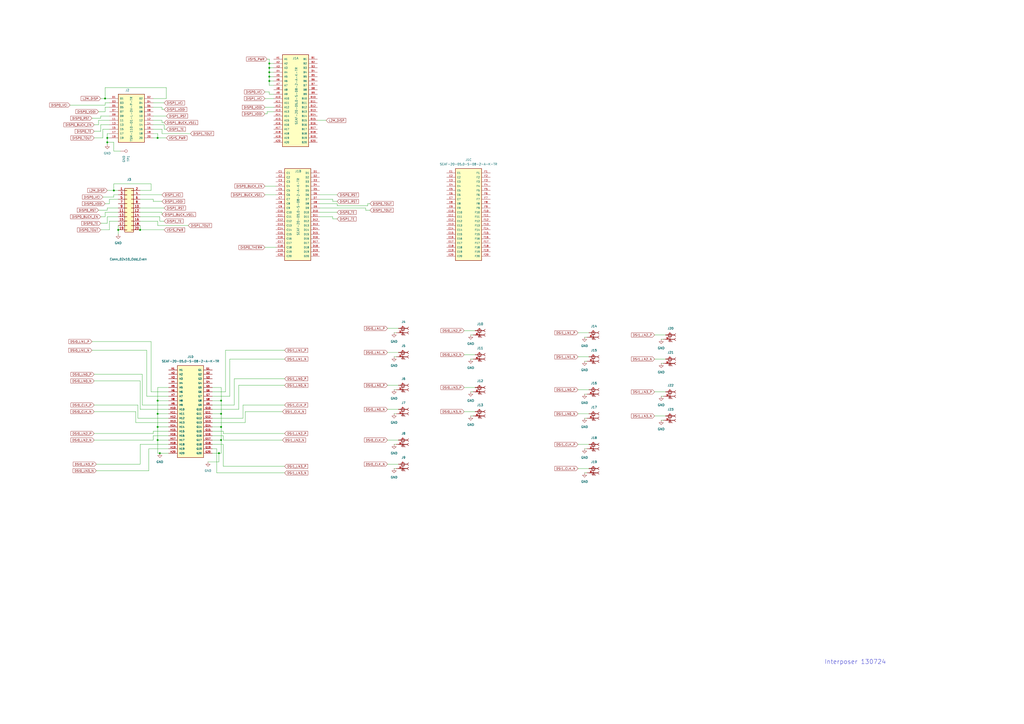
<source format=kicad_sch>
(kicad_sch (version 20231120) (generator "eeschema") (generator_version "8.0")
  (paper "A2")
  (lib_symbols
    (symbol "Connector:TestPoint" (pin_numbers hide) (pin_names (offset 0.762) hide)
      (property "Reference" "TP" (at 0 6.858 0))
      (property "Value" "TestPoint" (at 0 5.08 0))
      (symbol "TestPoint_1_1"
        (pin passive line (at 0 0 90) (length 2.54) (name "1") (number "1"))
      )
    )
    (symbol "Connector_Generic:Conn_02x10_Odd_Even" (pin_names (offset 1.016) hide)
      (property "Reference" "J" (at 1.27 12.7 0))
      (property "Value" "Conn_02x10_Odd_Even" (at 1.27 -15.24 0))
      (symbol "Conn_02x10_Odd_Even_1_1"
        (pin passive line (at -5.08 10.16 0) (length 3.81) (name "Pin_1") (number "1"))
        (pin passive line (at 7.62 0 180) (length 3.81) (name "Pin_10") (number "10"))
        (pin passive line (at -5.08 -2.54 0) (length 3.81) (name "Pin_11") (number "11"))
        (pin passive line (at 7.62 -2.54 180) (length 3.81) (name "Pin_12") (number "12"))
        (pin passive line (at -5.08 -5.08 0) (length 3.81) (name "Pin_13") (number "13"))
        (pin passive line (at 7.62 -5.08 180) (length 3.81) (name "Pin_14") (number "14"))
        (pin passive line (at -5.08 -7.62 0) (length 3.81) (name "Pin_15") (number "15"))
        (pin passive line (at 7.62 -7.62 180) (length 3.81) (name "Pin_16") (number "16"))
        (pin passive line (at -5.08 -10.16 0) (length 3.81) (name "Pin_17") (number "17"))
        (pin passive line (at 7.62 -10.16 180) (length 3.81) (name "Pin_18") (number "18"))
        (pin passive line (at -5.08 -12.7 0) (length 3.81) (name "Pin_19") (number "19"))
        (pin passive line (at 7.62 10.16 180) (length 3.81) (name "Pin_2") (number "2"))
        (pin passive line (at 7.62 -12.7 180) (length 3.81) (name "Pin_20") (number "20"))
        (pin passive line (at -5.08 7.62 0) (length 3.81) (name "Pin_3") (number "3"))
        (pin passive line (at 7.62 7.62 180) (length 3.81) (name "Pin_4") (number "4"))
        (pin passive line (at -5.08 5.08 0) (length 3.81) (name "Pin_5") (number "5"))
        (pin passive line (at 7.62 5.08 180) (length 3.81) (name "Pin_6") (number "6"))
        (pin passive line (at -5.08 2.54 0) (length 3.81) (name "Pin_7") (number "7"))
        (pin passive line (at 7.62 2.54 180) (length 3.81) (name "Pin_8") (number "8"))
        (pin passive line (at -5.08 0 0) (length 3.81) (name "Pin_9") (number "9"))
      )
    )
    (symbol "Molex_73251-1350:73251-1350" (pin_names (offset 1.016))
      (property "Reference" "J4" (at -0.381 8.89 0))
      (property "Value" "73251-1350" (at -0.381 6.35 0))
      (symbol "73251-1350_0_0"
        (pin passive line (at 2.54 2.54 180) (length 5.08) (name "~") (number "1"))
      )
      (symbol "73251-1350_1_0"
        (pin passive line (at 3.81 0 180) (length 5.08) (name "~") (number "S1"))
      )
    )
    (symbol "SEAF-20-05.0-S-08-2-A-K-TR:SEAF-20-05.0-S-08-2-A-K-TR" (pin_names (offset 1.016))
      (property "Reference" "J" (at -8.12 26.516 0))
      (property "Value" "SEAF-20-05.0-S-08-2-A-K-TR" (at -7.62 -30.48 0))
      (symbol "SEAF-20-05.0-S-08-2-A-K-TR_1_0"
        (pin passive line (at -12.7 22.86 0) (length 5.08) (name "A1") (number "A1"))
        (pin passive line (at -12.7 0 0) (length 5.08) (name "A10") (number "A10"))
        (pin passive line (at -12.7 -2.54 0) (length 5.08) (name "A11") (number "A11"))
        (pin passive line (at -12.7 -5.08 0) (length 5.08) (name "A12") (number "A12"))
        (pin passive line (at -12.7 -7.62 0) (length 5.08) (name "A13") (number "A13"))
        (pin passive line (at -12.7 -10.16 0) (length 5.08) (name "A14") (number "A14"))
        (pin passive line (at -12.7 -12.7 0) (length 5.08) (name "A15") (number "A15"))
        (pin passive line (at -12.7 -15.24 0) (length 5.08) (name "A16") (number "A16"))
        (pin passive line (at -12.7 -17.78 0) (length 5.08) (name "A17") (number "A17"))
        (pin passive line (at -12.7 -20.32 0) (length 5.08) (name "A18") (number "A18"))
        (pin passive line (at -12.7 -22.86 0) (length 5.08) (name "A19") (number "A19"))
        (pin passive line (at -12.7 20.32 0) (length 5.08) (name "A2") (number "A2"))
        (pin passive line (at -12.7 -25.4 0) (length 5.08) (name "A20") (number "A20"))
        (pin passive line (at -12.7 17.78 0) (length 5.08) (name "A3") (number "A3"))
        (pin passive line (at -12.7 15.24 0) (length 5.08) (name "A4") (number "A4"))
        (pin passive line (at -12.7 12.7 0) (length 5.08) (name "A5") (number "A5"))
        (pin passive line (at -12.7 10.16 0) (length 5.08) (name "A6") (number "A6"))
        (pin passive line (at -12.7 7.62 0) (length 5.08) (name "A7") (number "A7"))
        (pin passive line (at -12.7 5.08 0) (length 5.08) (name "A8") (number "A8"))
        (pin passive line (at -12.7 2.54 0) (length 5.08) (name "A9") (number "A9"))
        (pin passive line (at 12.7 22.86 180) (length 5.08) (name "B1") (number "B1"))
        (pin passive line (at 12.7 0 180) (length 5.08) (name "B10") (number "B10"))
        (pin passive line (at 12.7 -2.54 180) (length 5.08) (name "B11") (number "B11"))
        (pin passive line (at 12.7 -5.08 180) (length 5.08) (name "B12") (number "B12"))
        (pin passive line (at 12.7 -7.62 180) (length 5.08) (name "B13") (number "B13"))
        (pin passive line (at 12.7 -10.16 180) (length 5.08) (name "B14") (number "B14"))
        (pin passive line (at 12.7 -12.7 180) (length 5.08) (name "B15") (number "B15"))
        (pin passive line (at 12.7 -15.24 180) (length 5.08) (name "B16") (number "B16"))
        (pin passive line (at 12.7 -17.78 180) (length 5.08) (name "B17") (number "B17"))
        (pin passive line (at 12.7 -20.32 180) (length 5.08) (name "B18") (number "B18"))
        (pin passive line (at 12.7 -22.86 180) (length 5.08) (name "B19") (number "B19"))
        (pin passive line (at 12.7 20.32 180) (length 5.08) (name "B2") (number "B2"))
        (pin passive line (at 12.7 -25.4 180) (length 5.08) (name "B20") (number "B20"))
        (pin passive line (at 12.7 17.78 180) (length 5.08) (name "B3") (number "B3"))
        (pin passive line (at 12.7 15.24 180) (length 5.08) (name "B4") (number "B4"))
        (pin passive line (at 12.7 12.7 180) (length 5.08) (name "B5") (number "B5"))
        (pin passive line (at 12.7 10.16 180) (length 5.08) (name "B6") (number "B6"))
        (pin passive line (at 12.7 7.62 180) (length 5.08) (name "B7") (number "B7"))
        (pin passive line (at 12.7 5.08 180) (length 5.08) (name "B8") (number "B8"))
        (pin passive line (at 12.7 2.54 180) (length 5.08) (name "B9") (number "B9"))
      )
      (symbol "SEAF-20-05.0-S-08-2-A-K-TR_2_0"
        (pin passive line (at -12.7 22.86 0) (length 5.08) (name "C1") (number "C1"))
        (pin passive line (at -12.7 0 0) (length 5.08) (name "C10") (number "C10"))
        (pin passive line (at -12.7 -2.54 0) (length 5.08) (name "C11") (number "C11"))
        (pin passive line (at -12.7 -5.08 0) (length 5.08) (name "C12") (number "C12"))
        (pin passive line (at -12.7 -7.62 0) (length 5.08) (name "C13") (number "C13"))
        (pin passive line (at -12.7 -10.16 0) (length 5.08) (name "C14") (number "C14"))
        (pin passive line (at -12.7 -12.7 0) (length 5.08) (name "C15") (number "C15"))
        (pin passive line (at -12.7 -15.24 0) (length 5.08) (name "C16") (number "C16"))
        (pin passive line (at -12.7 -17.78 0) (length 5.08) (name "C17") (number "C17"))
        (pin passive line (at -12.7 -20.32 0) (length 5.08) (name "C18") (number "C18"))
        (pin passive line (at -12.7 -22.86 0) (length 5.08) (name "C19") (number "C19"))
        (pin passive line (at -12.7 20.32 0) (length 5.08) (name "C2") (number "C2"))
        (pin passive line (at -12.7 -25.4 0) (length 5.08) (name "C20") (number "C20"))
        (pin passive line (at -12.7 17.78 0) (length 5.08) (name "C3") (number "C3"))
        (pin passive line (at -12.7 15.24 0) (length 5.08) (name "C4") (number "C4"))
        (pin passive line (at -12.7 12.7 0) (length 5.08) (name "C5") (number "C5"))
        (pin passive line (at -12.7 10.16 0) (length 5.08) (name "C6") (number "C6"))
        (pin passive line (at -12.7 7.62 0) (length 5.08) (name "C7") (number "C7"))
        (pin passive line (at -12.7 5.08 0) (length 5.08) (name "C8") (number "C8"))
        (pin passive line (at -12.7 2.54 0) (length 5.08) (name "C9") (number "C9"))
        (pin passive line (at 12.7 22.86 180) (length 5.08) (name "D1") (number "D1"))
        (pin passive line (at 12.7 0 180) (length 5.08) (name "D10") (number "D10"))
        (pin passive line (at 12.7 -2.54 180) (length 5.08) (name "D11") (number "D11"))
        (pin passive line (at 12.7 -5.08 180) (length 5.08) (name "D12") (number "D12"))
        (pin passive line (at 12.7 -7.62 180) (length 5.08) (name "D13") (number "D13"))
        (pin passive line (at 12.7 -10.16 180) (length 5.08) (name "D14") (number "D14"))
        (pin passive line (at 12.7 -12.7 180) (length 5.08) (name "D15") (number "D15"))
        (pin passive line (at 12.7 -15.24 180) (length 5.08) (name "D16") (number "D16"))
        (pin passive line (at 12.7 -17.78 180) (length 5.08) (name "D17") (number "D17"))
        (pin passive line (at 12.7 -20.32 180) (length 5.08) (name "D18") (number "D18"))
        (pin passive line (at 12.7 -22.86 180) (length 5.08) (name "D19") (number "D19"))
        (pin passive line (at 12.7 20.32 180) (length 5.08) (name "D2") (number "D2"))
        (pin passive line (at 12.7 -25.4 180) (length 5.08) (name "D20") (number "D20"))
        (pin passive line (at 12.7 17.78 180) (length 5.08) (name "D3") (number "D3"))
        (pin passive line (at 12.7 15.24 180) (length 5.08) (name "D4") (number "D4"))
        (pin passive line (at 12.7 12.7 180) (length 5.08) (name "D5") (number "D5"))
        (pin passive line (at 12.7 10.16 180) (length 5.08) (name "D6") (number "D6"))
        (pin passive line (at 12.7 7.62 180) (length 5.08) (name "D7") (number "D7"))
        (pin passive line (at 12.7 5.08 180) (length 5.08) (name "D8") (number "D8"))
        (pin passive line (at 12.7 2.54 180) (length 5.08) (name "D9") (number "D9"))
      )
      (symbol "SEAF-20-05.0-S-08-2-A-K-TR_3_0"
        (pin passive line (at -12.7 22.86 0) (length 5.08) (name "E1") (number "E1"))
        (pin passive line (at -12.7 0 0) (length 5.08) (name "E10") (number "E10"))
        (pin passive line (at -12.7 -2.54 0) (length 5.08) (name "E11") (number "E11"))
        (pin passive line (at -12.7 -5.08 0) (length 5.08) (name "E12") (number "E12"))
        (pin passive line (at -12.7 -7.62 0) (length 5.08) (name "E13") (number "E13"))
        (pin passive line (at -12.7 -10.16 0) (length 5.08) (name "E14") (number "E14"))
        (pin passive line (at -12.7 -12.7 0) (length 5.08) (name "E15") (number "E15"))
        (pin passive line (at -12.7 -15.24 0) (length 5.08) (name "E16") (number "E16"))
        (pin passive line (at -12.7 -17.78 0) (length 5.08) (name "E17") (number "E17"))
        (pin passive line (at -12.7 -20.32 0) (length 5.08) (name "E18") (number "E18"))
        (pin passive line (at -12.7 -22.86 0) (length 5.08) (name "E19") (number "E19"))
        (pin passive line (at -12.7 20.32 0) (length 5.08) (name "E2") (number "E2"))
        (pin passive line (at -12.7 -25.4 0) (length 5.08) (name "E20") (number "E20"))
        (pin passive line (at -12.7 17.78 0) (length 5.08) (name "E3") (number "E3"))
        (pin passive line (at -12.7 15.24 0) (length 5.08) (name "E4") (number "E4"))
        (pin passive line (at -12.7 12.7 0) (length 5.08) (name "E5") (number "E5"))
        (pin passive line (at -12.7 10.16 0) (length 5.08) (name "E6") (number "E6"))
        (pin passive line (at -12.7 7.62 0) (length 5.08) (name "E7") (number "E7"))
        (pin passive line (at -12.7 5.08 0) (length 5.08) (name "E8") (number "E8"))
        (pin passive line (at -12.7 2.54 0) (length 5.08) (name "E9") (number "E9"))
        (pin passive line (at 12.7 22.86 180) (length 5.08) (name "F1") (number "F1"))
        (pin passive line (at 12.7 0 180) (length 5.08) (name "F10") (number "F10"))
        (pin passive line (at 12.7 -2.54 180) (length 5.08) (name "F11") (number "F11"))
        (pin passive line (at 12.7 -5.08 180) (length 5.08) (name "F12") (number "F12"))
        (pin passive line (at 12.7 -7.62 180) (length 5.08) (name "F13") (number "F13"))
        (pin passive line (at 12.7 -10.16 180) (length 5.08) (name "F14") (number "F14"))
        (pin passive line (at 12.7 -12.7 180) (length 5.08) (name "F15") (number "F15"))
        (pin passive line (at 12.7 -15.24 180) (length 5.08) (name "F16") (number "F16"))
        (pin passive line (at 12.7 -17.78 180) (length 5.08) (name "F17") (number "F17"))
        (pin passive line (at 12.7 -20.32 180) (length 5.08) (name "F18") (number "F18"))
        (pin passive line (at 12.7 -22.86 180) (length 5.08) (name "F19") (number "F19"))
        (pin passive line (at 12.7 20.32 180) (length 5.08) (name "F2") (number "F2"))
        (pin passive line (at 12.7 -25.4 180) (length 5.08) (name "F20") (number "F20"))
        (pin passive line (at 12.7 17.78 180) (length 5.08) (name "F3") (number "F3"))
        (pin passive line (at 12.7 15.24 180) (length 5.08) (name "F4") (number "F4"))
        (pin passive line (at 12.7 12.7 180) (length 5.08) (name "F5") (number "F5"))
        (pin passive line (at 12.7 10.16 180) (length 5.08) (name "F6") (number "F6"))
        (pin passive line (at 12.7 7.62 180) (length 5.08) (name "F7") (number "F7"))
        (pin passive line (at 12.7 5.08 180) (length 5.08) (name "F8") (number "F8"))
        (pin passive line (at 12.7 2.54 180) (length 5.08) (name "F9") (number "F9"))
      )
      (symbol "SEAF-20-05.0-S-08-2-A-K-TR_4_0"
        (pin passive line (at -12.7 22.86 0) (length 5.08) (name "G1") (number "G1"))
        (pin passive line (at -12.7 0 0) (length 5.08) (name "G10") (number "G10"))
        (pin passive line (at -12.7 -2.54 0) (length 5.08) (name "G11") (number "G11"))
        (pin passive line (at -12.7 -5.08 0) (length 5.08) (name "G12") (number "G12"))
        (pin passive line (at -12.7 -7.62 0) (length 5.08) (name "G13") (number "G13"))
        (pin passive line (at -12.7 -10.16 0) (length 5.08) (name "G14") (number "G14"))
        (pin passive line (at -12.7 -12.7 0) (length 5.08) (name "G15") (number "G15"))
        (pin passive line (at -12.7 -15.24 0) (length 5.08) (name "G16") (number "G16"))
        (pin passive line (at -12.7 -17.78 0) (length 5.08) (name "G17") (number "G17"))
        (pin passive line (at -12.7 -20.32 0) (length 5.08) (name "G18") (number "G18"))
        (pin passive line (at -12.7 -22.86 0) (length 5.08) (name "G19") (number "G19"))
        (pin passive line (at -12.7 20.32 0) (length 5.08) (name "G2") (number "G2"))
        (pin passive line (at -12.7 -25.4 0) (length 5.08) (name "G20") (number "G20"))
        (pin passive line (at -12.7 17.78 0) (length 5.08) (name "G3") (number "G3"))
        (pin passive line (at -12.7 15.24 0) (length 5.08) (name "G4") (number "G4"))
        (pin passive line (at -12.7 12.7 0) (length 5.08) (name "G5") (number "G5"))
        (pin passive line (at -12.7 10.16 0) (length 5.08) (name "G6") (number "G6"))
        (pin passive line (at -12.7 7.62 0) (length 5.08) (name "G7") (number "G7"))
        (pin passive line (at -12.7 5.08 0) (length 5.08) (name "G8") (number "G8"))
        (pin passive line (at -12.7 2.54 0) (length 5.08) (name "G9") (number "G9"))
        (pin passive line (at 12.7 22.86 180) (length 5.08) (name "H1") (number "H1"))
        (pin passive line (at 12.7 0 180) (length 5.08) (name "H10") (number "H10"))
        (pin passive line (at 12.7 -2.54 180) (length 5.08) (name "H11") (number "H11"))
        (pin passive line (at 12.7 -5.08 180) (length 5.08) (name "H12") (number "H12"))
        (pin passive line (at 12.7 -7.62 180) (length 5.08) (name "H13") (number "H13"))
        (pin passive line (at 12.7 -10.16 180) (length 5.08) (name "H14") (number "H14"))
        (pin passive line (at 12.7 -12.7 180) (length 5.08) (name "H15") (number "H15"))
        (pin passive line (at 12.7 -15.24 180) (length 5.08) (name "H16") (number "H16"))
        (pin passive line (at 12.7 -17.78 180) (length 5.08) (name "H17") (number "H17"))
        (pin passive line (at 12.7 -20.32 180) (length 5.08) (name "H18") (number "H18"))
        (pin passive line (at 12.7 -22.86 180) (length 5.08) (name "H19") (number "H19"))
        (pin passive line (at 12.7 20.32 180) (length 5.08) (name "H2") (number "H2"))
        (pin passive line (at 12.7 -25.4 180) (length 5.08) (name "H20") (number "H20"))
        (pin passive line (at 12.7 17.78 180) (length 5.08) (name "H3") (number "H3"))
        (pin passive line (at 12.7 15.24 180) (length 5.08) (name "H4") (number "H4"))
        (pin passive line (at 12.7 12.7 180) (length 5.08) (name "H5") (number "H5"))
        (pin passive line (at 12.7 10.16 180) (length 5.08) (name "H6") (number "H6"))
        (pin passive line (at 12.7 7.62 180) (length 5.08) (name "H7") (number "H7"))
        (pin passive line (at 12.7 5.08 180) (length 5.08) (name "H8") (number "H8"))
        (pin passive line (at 12.7 2.54 180) (length 5.08) (name "H9") (number "H9"))
      )
    )
    (symbol "TSM-110-01-L-DV-P-TR:TSM-110-01-L-DV-P-TR" (pin_names (offset 1.016))
      (property "Reference" "J" (at -8.12 15.24 0))
      (property "Value" "TSM-110-01-L-DV-P-TR" (at -7.62 -15.24 0))
      (symbol "TSM-110-01-L-DV-P-TR_0_0"
        (pin passive line (at -12.7 12.7 0) (length 5.08) (name "01") (number "01"))
        (pin passive line (at 12.7 12.7 180) (length 5.08) (name "02") (number "02"))
        (pin passive line (at -12.7 10.16 0) (length 5.08) (name "03") (number "03"))
        (pin passive line (at 12.7 10.16 180) (length 5.08) (name "04") (number "04"))
        (pin passive line (at -12.7 7.62 0) (length 5.08) (name "05") (number "05"))
        (pin passive line (at 12.7 7.62 180) (length 5.08) (name "06") (number "06"))
        (pin passive line (at -12.7 5.08 0) (length 5.08) (name "07") (number "07"))
        (pin passive line (at 12.7 5.08 180) (length 5.08) (name "08") (number "08"))
        (pin passive line (at -12.7 2.54 0) (length 5.08) (name "09") (number "09"))
        (pin passive line (at 12.7 2.54 180) (length 5.08) (name "10") (number "10"))
        (pin passive line (at -12.7 0 0) (length 5.08) (name "11") (number "11"))
        (pin passive line (at 12.7 0 180) (length 5.08) (name "12") (number "12"))
        (pin passive line (at -12.7 -2.54 0) (length 5.08) (name "13") (number "13"))
        (pin passive line (at 12.7 -2.54 180) (length 5.08) (name "14") (number "14"))
        (pin passive line (at -12.7 -5.08 0) (length 5.08) (name "15") (number "15"))
        (pin passive line (at 12.7 -5.08 180) (length 5.08) (name "16") (number "16"))
        (pin passive line (at -12.7 -7.62 0) (length 5.08) (name "17") (number "17"))
        (pin passive line (at 12.7 -7.62 180) (length 5.08) (name "18") (number "18"))
        (pin passive line (at -12.7 -10.16 0) (length 5.08) (name "19") (number "19"))
        (pin passive line (at 12.7 -10.16 180) (length 5.08) (name "20") (number "20"))
      )
    )
    (symbol "power:GND" (power) (pin_numbers hide) (pin_names (offset 0) hide)
      (property "Value" "GND" (at 0 -3.81 0))
      (symbol "GND_1_1"
        (pin power_in line (at 0 0 270) (length 0) (name "~") (number "1"))
      )
    )
  )
  (junction (at 62.23 80.01))
  (junction (at 91.44 80.01))
  (junction (at 91.44 240.03))
  (junction (at 66.04 110.49))
  (junction (at 156.21 44.45))
  (junction (at 156.21 36.83))
  (junction (at 92.71 262.89))
  (junction (at 91.44 232.41))
  (junction (at 127 262.89))
  (junction (at 156.21 41.91))
  (junction (at 128.27 255.27))
  (junction (at 68.58 133.35))
  (junction (at 128.27 240.03))
  (junction (at 91.44 255.27))
  (junction (at 128.27 232.41))
  (junction (at 156.21 46.99))
  (junction (at 128.27 247.65))
  (junction (at 91.44 247.65))
  (junction (at 62.23 82.55))
  (junction (at 156.21 39.37))
  (junction (at 60.96 57.15))
  (junction (at 81.28 133.35))
  (wire (pts (xy 66.04 106.68) (xy 66.04 110.49)))
  (wire (pts (xy 129.54 250.19) (xy 123.19 250.19)))
  (wire (pts (xy 60.96 125.73) (xy 60.96 123.19)))
  (wire (pts (xy 86.36 260.35) (xy 86.36 273.05)))
  (wire (pts (xy 156.21 44.45) (xy 156.21 41.91)))
  (wire (pts (xy 165.1 234.95) (xy 140.97 234.95)))
  (wire (pts (xy 224.79 255.27) (xy 231.14 255.27)))
  (wire (pts (xy 184.15 69.85) (xy 189.23 69.85)))
  (wire (pts (xy 53.34 198.12) (xy 87.63 198.12)))
  (wire (pts (xy 340.36 260.35) (xy 339.09 260.35)))
  (wire (pts (xy 54.61 72.39) (xy 57.15 72.39)))
  (wire (pts (xy 379.73 194.31) (xy 386.08 194.31)))
  (wire (pts (xy 62.23 82.55) (xy 62.23 80.01)))
  (wire (pts (xy 82.55 217.17) (xy 82.55 234.95)))
  (wire (pts (xy 81.28 133.35) (xy 95.25 133.35)))
  (wire (pts (xy 135.89 219.71) (xy 165.1 219.71)))
  (wire (pts (xy 128.27 224.79) (xy 128.27 232.41)))
  (wire (pts (xy 92.71 262.89) (xy 91.44 262.89)))
  (wire (pts (xy 87.63 198.12) (xy 87.63 227.33)))
  (wire (pts (xy 224.79 237.49) (xy 231.14 237.49)))
  (wire (pts (xy 274.32 194.31) (xy 273.05 194.31)))
  (wire (pts (xy 80.01 242.57) (xy 97.79 242.57)))
  (wire (pts (xy 54.61 76.2) (xy 58.42 76.2)))
  (wire (pts (xy 153.67 107.95) (xy 160.02 107.95)))
  (wire (pts (xy 123.19 255.27) (xy 128.27 255.27)))
  (wire (pts (xy 193.04 127) (xy 195.58 127)))
  (wire (pts (xy 224.79 204.47) (xy 231.14 204.47)))
  (wire (pts (xy 63.5 118.11) (xy 63.5 115.57)))
  (wire (pts (xy 340.36 274.32) (xy 339.09 274.32)))
  (wire (pts (xy 88.9 252.73) (xy 97.79 252.73)))
  (wire (pts (xy 133.35 208.28) (xy 133.35 229.87)))
  (wire (pts (xy 60.96 59.69) (xy 63.5 59.69)))
  (wire (pts (xy 138.43 237.49) (xy 123.19 237.49)))
  (wire (pts (xy 96.52 57.15) (xy 96.52 50.8)))
  (wire (pts (xy 88.9 72.39) (xy 95.25 72.39)))
  (wire (pts (xy 91.44 80.01) (xy 96.52 80.01)))
  (wire (pts (xy 193.04 115.57) (xy 193.04 116.84)))
  (wire (pts (xy 224.79 190.5) (xy 231.14 190.5)))
  (wire (pts (xy 125.73 274.32) (xy 125.73 260.35)))
  (wire (pts (xy 54.61 220.98) (xy 81.28 220.98)))
  (wire (pts (xy 81.28 113.03) (xy 93.98 113.03)))
  (wire (pts (xy 125.73 274.32) (xy 165.1 274.32)))
  (wire (pts (xy 213.36 118.11) (xy 214.63 118.11)))
  (wire (pts (xy 91.44 232.41) (xy 97.79 232.41)))
  (wire (pts (xy 384.81 196.85) (xy 383.54 196.85)))
  (wire (pts (xy 81.28 125.73) (xy 92.71 125.73)))
  (wire (pts (xy 212.09 121.92) (xy 214.63 121.92)))
  (wire (pts (xy 129.54 257.81) (xy 123.19 257.81)))
  (wire (pts (xy 97.79 255.27) (xy 91.44 255.27)))
  (wire (pts (xy 193.04 116.84) (xy 195.58 116.84)))
  (wire (pts (xy 379.73 227.33) (xy 386.08 227.33)))
  (wire (pts (xy 63.5 128.27) (xy 63.5 133.35)))
  (wire (pts (xy 59.69 114.3) (xy 66.04 114.3)))
  (wire (pts (xy 54.61 217.17) (xy 82.55 217.17)))
  (wire (pts (xy 97.79 240.03) (xy 91.44 240.03)))
  (wire (pts (xy 68.58 130.81) (xy 68.58 133.35)))
  (wire (pts (xy 156.21 46.99) (xy 156.21 44.45)))
  (wire (pts (xy 156.21 49.53) (xy 156.21 46.99)))
  (wire (pts (xy 163.83 255.27) (xy 129.54 255.27)))
  (wire (pts (xy 127 262.89) (xy 128.27 262.89)))
  (wire (pts (xy 154.94 66.04) (xy 154.94 64.77)))
  (wire (pts (xy 81.28 128.27) (xy 91.44 128.27)))
  (wire (pts (xy 60.96 64.77) (xy 60.96 62.23)))
  (wire (pts (xy 86.36 260.35) (xy 97.79 260.35)))
  (wire (pts (xy 62.23 83.82) (xy 62.23 82.55)))
  (wire (pts (xy 154.94 64.77) (xy 158.75 64.77)))
  (wire (pts (xy 138.43 223.52) (xy 165.1 223.52)))
  (wire (pts (xy 85.09 203.2) (xy 85.09 229.87)))
  (wire (pts (xy 128.27 255.27) (xy 128.27 247.65)))
  (wire (pts (xy 60.96 118.11) (xy 63.5 118.11)))
  (wire (pts (xy 335.28 240.03) (xy 341.63 240.03)))
  (wire (pts (xy 274.32 208.28) (xy 273.05 208.28)))
  (wire (pts (xy 81.28 220.98) (xy 81.28 237.49)))
  (wire (pts (xy 62.23 120.65) (xy 68.58 120.65)))
  (wire (pts (xy 269.24 224.79) (xy 275.59 224.79)))
  (wire (pts (xy 123.19 247.65) (xy 128.27 247.65)))
  (wire (pts (xy 88.9 59.69) (xy 95.25 59.69)))
  (wire (pts (xy 55.88 273.05) (xy 86.36 273.05)))
  (wire (pts (xy 185.42 113.03) (xy 195.58 113.03)))
  (wire (pts (xy 54.61 234.95) (xy 80.01 234.95)))
  (wire (pts (xy 88.9 255.27) (xy 88.9 252.73)))
  (wire (pts (xy 88.9 116.84) (xy 88.9 115.57)))
  (wire (pts (xy 53.34 68.58) (xy 58.42 68.58)))
  (wire (pts (xy 91.44 77.47) (xy 91.44 80.01)))
  (wire (pts (xy 128.27 240.03) (xy 128.27 232.41)))
  (wire (pts (xy 335.28 257.81) (xy 341.63 257.81)))
  (wire (pts (xy 123.19 224.79) (xy 128.27 224.79)))
  (wire (pts (xy 93.98 124.46) (xy 93.98 123.19)))
  (wire (pts (xy 224.79 269.24) (xy 231.14 269.24)))
  (wire (pts (xy 81.28 130.81) (xy 81.28 133.35)))
  (wire (pts (xy 93.98 63.5) (xy 95.25 63.5)))
  (wire (pts (xy 185.42 120.65) (xy 212.09 120.65)))
  (wire (pts (xy 91.44 128.27) (xy 91.44 130.81)))
  (wire (pts (xy 93.98 123.19) (xy 81.28 123.19)))
  (wire (pts (xy 128.27 247.65) (xy 128.27 240.03)))
  (wire (pts (xy 129.54 252.73) (xy 123.19 252.73)))
  (wire (pts (xy 185.42 125.73) (xy 193.04 125.73)))
  (wire (pts (xy 88.9 57.15) (xy 96.52 57.15)))
  (wire (pts (xy 93.98 71.12) (xy 93.98 69.85)))
  (wire (pts (xy 93.98 74.93) (xy 93.98 77.47)))
  (wire (pts (xy 140.97 242.57) (xy 123.19 242.57)))
  (wire (pts (xy 340.36 195.58) (xy 339.09 195.58)))
  (wire (pts (xy 340.36 228.6) (xy 339.09 228.6)))
  (wire (pts (xy 153.67 66.04) (xy 154.94 66.04)))
  (wire (pts (xy 229.87 257.81) (xy 228.6 257.81)))
  (wire (pts (xy 156.21 53.34) (xy 156.21 54.61)))
  (wire (pts (xy 125.73 260.35) (xy 123.19 260.35)))
  (wire (pts (xy 62.23 121.92) (xy 62.23 120.65)))
  (wire (pts (xy 81.28 237.49) (xy 97.79 237.49)))
  (wire (pts (xy 156.21 44.45) (xy 158.75 44.45)))
  (wire (pts (xy 54.61 255.27) (xy 88.9 255.27)))
  (wire (pts (xy 58.42 129.54) (xy 62.23 129.54)))
  (wire (pts (xy 66.04 87.63) (xy 66.04 82.55)))
  (wire (pts (xy 60.96 123.19) (xy 68.58 123.19)))
  (wire (pts (xy 69.85 87.63) (xy 66.04 87.63)))
  (wire (pts (xy 130.81 203.2) (xy 130.81 227.33)))
  (wire (pts (xy 95.25 72.39) (xy 95.25 74.93)))
  (wire (pts (xy 66.04 113.03) (xy 68.58 113.03)))
  (wire (pts (xy 229.87 240.03) (xy 228.6 240.03)))
  (wire (pts (xy 156.21 39.37) (xy 158.75 39.37)))
  (wire (pts (xy 82.55 234.95) (xy 97.79 234.95)))
  (wire (pts (xy 58.42 125.73) (xy 60.96 125.73)))
  (wire (pts (xy 185.42 118.11) (xy 195.58 118.11)))
  (wire (pts (xy 128.27 232.41) (xy 123.19 232.41)))
  (wire (pts (xy 80.01 234.95) (xy 80.01 242.57)))
  (wire (pts (xy 62.23 110.49) (xy 66.04 110.49)))
  (wire (pts (xy 335.28 271.78) (xy 341.63 271.78)))
  (wire (pts (xy 97.79 224.79) (xy 91.44 224.79)))
  (wire (pts (xy 269.24 205.74) (xy 275.59 205.74)))
  (wire (pts (xy 142.24 238.76) (xy 142.24 245.11)))
  (wire (pts (xy 129.54 257.81) (xy 129.54 270.51)))
  (wire (pts (xy 62.23 125.73) (xy 68.58 125.73)))
  (wire (pts (xy 128.27 262.89) (xy 128.27 255.27)))
  (wire (pts (xy 78.74 238.76) (xy 78.74 245.11)))
  (wire (pts (xy 58.42 57.15) (xy 60.96 57.15)))
  (wire (pts (xy 153.67 57.15) (xy 158.75 57.15)))
  (wire (pts (xy 92.71 128.27) (xy 95.25 128.27)))
  (wire (pts (xy 158.75 49.53) (xy 156.21 49.53)))
  (wire (pts (xy 54.61 238.76) (xy 78.74 238.76)))
  (wire (pts (xy 185.42 115.57) (xy 193.04 115.57)))
  (wire (pts (xy 95.25 74.93) (xy 96.52 74.93)))
  (wire (pts (xy 88.9 74.93) (xy 93.98 74.93)))
  (wire (pts (xy 93.98 69.85) (xy 88.9 69.85)))
  (wire (pts (xy 138.43 223.52) (xy 138.43 237.49)))
  (wire (pts (xy 81.28 110.49) (xy 87.63 110.49)))
  (wire (pts (xy 135.89 234.95) (xy 123.19 234.95)))
  (wire (pts (xy 163.83 238.76) (xy 142.24 238.76)))
  (wire (pts (xy 81.28 257.81) (xy 97.79 257.81)))
  (wire (pts (xy 269.24 238.76) (xy 275.59 238.76)))
  (wire (pts (xy 93.98 116.84) (xy 88.9 116.84)))
  (wire (pts (xy 379.73 208.28) (xy 386.08 208.28)))
  (wire (pts (xy 88.9 115.57) (xy 81.28 115.57)))
  (wire (pts (xy 91.44 255.27) (xy 91.44 247.65)))
  (wire (pts (xy 120.65 267.97) (xy 127 267.97)))
  (wire (pts (xy 153.67 62.23) (xy 158.75 62.23)))
  (wire (pts (xy 66.04 114.3) (xy 66.04 113.03)))
  (wire (pts (xy 229.87 226.06) (xy 228.6 226.06)))
  (wire (pts (xy 40.64 60.96) (xy 60.96 60.96)))
  (wire (pts (xy 340.36 242.57) (xy 339.09 242.57)))
  (wire (pts (xy 384.81 243.84) (xy 383.54 243.84)))
  (wire (pts (xy 274.32 227.33) (xy 273.05 227.33)))
  (wire (pts (xy 58.42 67.31) (xy 63.5 67.31)))
  (wire (pts (xy 133.35 208.28) (xy 165.1 208.28)))
  (wire (pts (xy 127 267.97) (xy 127 262.89)))
  (wire (pts (xy 224.79 223.52) (xy 231.14 223.52)))
  (wire (pts (xy 93.98 77.47) (xy 110.49 77.47)))
  (wire (pts (xy 95.25 71.12) (xy 93.98 71.12)))
  (wire (pts (xy 87.63 106.68) (xy 66.04 106.68)))
  (wire (pts (xy 93.98 62.23) (xy 93.98 63.5)))
  (wire (pts (xy 156.21 54.61) (xy 158.75 54.61)))
  (wire (pts (xy 153.67 113.03) (xy 160.02 113.03)))
  (wire (pts (xy 384.81 229.87) (xy 383.54 229.87)))
  (wire (pts (xy 88.9 250.19) (xy 97.79 250.19)))
  (wire (pts (xy 88.9 250.19) (xy 88.9 251.46)))
  (wire (pts (xy 81.28 120.65) (xy 95.25 120.65)))
  (wire (pts (xy 63.5 72.39) (xy 58.42 72.39)))
  (wire (pts (xy 54.61 251.46) (xy 88.9 251.46)))
  (wire (pts (xy 91.44 262.89) (xy 91.44 255.27)))
  (wire (pts (xy 229.87 207.01) (xy 228.6 207.01)))
  (wire (pts (xy 142.24 245.11) (xy 123.19 245.11)))
  (wire (pts (xy 57.15 64.77) (xy 60.96 64.77)))
  (wire (pts (xy 63.5 133.35) (xy 58.42 133.35)))
  (wire (pts (xy 60.96 60.96) (xy 60.96 59.69)))
  (wire (pts (xy 133.35 229.87) (xy 123.19 229.87)))
  (wire (pts (xy 335.28 207.01) (xy 341.63 207.01)))
  (wire (pts (xy 60.96 50.8) (xy 60.96 57.15)))
  (wire (pts (xy 68.58 128.27) (xy 63.5 128.27)))
  (wire (pts (xy 66.04 82.55) (xy 62.23 82.55)))
  (wire (pts (xy 156.21 34.29) (xy 156.21 36.83)))
  (wire (pts (xy 91.44 247.65) (xy 91.44 240.03)))
  (wire (pts (xy 154.94 34.29) (xy 156.21 34.29)))
  (wire (pts (xy 60.96 57.15) (xy 63.5 57.15)))
  (wire (pts (xy 340.36 209.55) (xy 339.09 209.55)))
  (wire (pts (xy 60.96 50.8) (xy 96.52 50.8)))
  (wire (pts (xy 156.21 36.83) (xy 158.75 36.83)))
  (wire (pts (xy 384.81 210.82) (xy 383.54 210.82)))
  (wire (pts (xy 88.9 62.23) (xy 93.98 62.23)))
  (wire (pts (xy 91.44 130.81) (xy 109.22 130.81)))
  (wire (pts (xy 62.23 80.01) (xy 62.23 77.47)))
  (wire (pts (xy 58.42 72.39) (xy 58.42 76.2)))
  (wire (pts (xy 66.04 110.49) (xy 68.58 110.49)))
  (wire (pts (xy 62.23 77.47) (xy 63.5 77.47)))
  (wire (pts (xy 379.73 241.3) (xy 386.08 241.3)))
  (wire (pts (xy 81.28 269.24) (xy 81.28 257.81)))
  (wire (pts (xy 274.32 241.3) (xy 273.05 241.3)))
  (wire (pts (xy 153.67 53.34) (xy 156.21 53.34)))
  (wire (pts (xy 140.97 234.95) (xy 140.97 242.57)))
  (wire (pts (xy 153.67 143.51) (xy 160.02 143.51)))
  (wire (pts (xy 195.58 118.11) (xy 195.58 119.38)))
  (wire (pts (xy 78.74 245.11) (xy 97.79 245.11)))
  (wire (pts (xy 135.89 219.71) (xy 135.89 234.95)))
  (wire (pts (xy 195.58 119.38) (xy 213.36 119.38)))
  (wire (pts (xy 335.28 193.04) (xy 341.63 193.04)))
  (wire (pts (xy 212.09 120.65) (xy 212.09 121.92)))
  (wire (pts (xy 123.19 262.89) (xy 127 262.89)))
  (wire (pts (xy 229.87 193.04) (xy 228.6 193.04)))
  (wire (pts (xy 63.5 115.57) (xy 68.58 115.57)))
  (wire (pts (xy 91.44 224.79) (xy 91.44 232.41)))
  (wire (pts (xy 130.81 227.33) (xy 123.19 227.33)))
  (wire (pts (xy 57.15 121.92) (xy 62.23 121.92)))
  (wire (pts (xy 62.23 80.01) (xy 63.5 80.01)))
  (wire (pts (xy 213.36 119.38) (xy 213.36 118.11)))
  (wire (pts (xy 158.75 46.99) (xy 156.21 46.99)))
  (wire (pts (xy 92.71 125.73) (xy 92.71 128.27)))
  (wire (pts (xy 55.88 269.24) (xy 81.28 269.24)))
  (wire (pts (xy 123.19 240.03) (xy 128.27 240.03)))
  (wire (pts (xy 129.54 250.19) (xy 129.54 251.46)))
  (wire (pts (xy 165.1 270.51) (xy 129.54 270.51)))
  (wire (pts (xy 88.9 77.47) (xy 91.44 77.47)))
  (wire (pts (xy 57.15 69.85) (xy 63.5 69.85)))
  (wire (pts (xy 59.69 74.93) (xy 59.69 80.01)))
  (wire (pts (xy 156.21 41.91) (xy 156.21 39.37)))
  (wire (pts (xy 87.63 227.33) (xy 97.79 227.33)))
  (wire (pts (xy 97.79 247.65) (xy 91.44 247.65)))
  (wire (pts (xy 269.24 191.77) (xy 275.59 191.77)))
  (wire (pts (xy 57.15 72.39) (xy 57.15 69.85)))
  (wire (pts (xy 53.34 203.2) (xy 85.09 203.2)))
  (wire (pts (xy 85.09 229.87) (xy 97.79 229.87)))
  (wire (pts (xy 60.96 62.23) (xy 63.5 62.23)))
  (wire (pts (xy 88.9 67.31) (xy 96.52 67.31)))
  (wire (pts (xy 68.58 133.35) (xy 68.58 135.89)))
  (wire (pts (xy 58.42 68.58) (xy 58.42 67.31)))
  (wire (pts (xy 87.63 110.49) (xy 87.63 106.68)))
  (wire (pts (xy 130.81 203.2) (xy 165.1 203.2)))
  (wire (pts (xy 88.9 80.01) (xy 91.44 80.01)))
  (wire (pts (xy 91.44 240.03) (xy 91.44 232.41)))
  (wire (pts (xy 185.42 123.19) (xy 195.58 123.19)))
  (wire (pts (xy 193.04 125.73) (xy 193.04 127)))
  (wire (pts (xy 63.5 74.93) (xy 59.69 74.93)))
  (wire (pts (xy 229.87 271.78) (xy 228.6 271.78)))
  (wire (pts (xy 156.21 41.91) (xy 158.75 41.91)))
  (wire (pts (xy 165.1 251.46) (xy 129.54 251.46)))
  (wire (pts (xy 97.79 262.89) (xy 92.71 262.89)))
  (wire (pts (xy 129.54 255.27) (xy 129.54 252.73)))
  (wire (pts (xy 335.28 226.06) (xy 341.63 226.06)))
  (wire (pts (xy 156.21 39.37) (xy 156.21 36.83)))
  (wire (pts (xy 62.23 125.73) (xy 62.23 129.54)))
  (wire (pts (xy 59.69 80.01) (xy 54.61 80.01)))
  (text "Interposer 130724 " (at 497.078 384.048 0) (effects (font (size 2.54 2.54))))
  (global_label "DSI0_LN3_P" (shape input) (at 55.88 269.24 180) (property "Intersheetrefs" "${INTERSHEET_REFS}" (effects (hide yes))))
  (global_label "DISP1_RST" (shape input) (at 96.52 67.31 0) (property "Intersheetrefs" "${INTERSHEET_REFS}" (effects (hide yes))))
  (global_label "DSI0_LN2_P" (shape input) (at 269.24 191.77 180) (property "Intersheetrefs" "${INTERSHEET_REFS}" (effects (hide yes))))
  (global_label "DISP1_BUCK_VSEL" (shape input) (at 93.98 124.46 0) (property "Intersheetrefs" "${INTERSHEET_REFS}" (effects (hide yes))))
  (global_label "DSI1_LN0_N" (shape input) (at 165.1 223.52 0) (property "Intersheetrefs" "${INTERSHEET_REFS}" (effects (hide yes))))
  (global_label "DSI0_LN3_P" (shape input) (at 269.24 224.79 180) (property "Intersheetrefs" "${INTERSHEET_REFS}" (effects (hide yes))))
  (global_label "L2M_DISP" (shape input) (at 62.23 110.49 180) (property "Intersheetrefs" "${INTERSHEET_REFS}" (effects (hide yes))))
  (global_label "DSI0_CLK_P" (shape input) (at 54.61 234.95 180) (property "Intersheetrefs" "${INTERSHEET_REFS}" (effects (hide yes))))
  (global_label "DISP1_TE" (shape input) (at 96.52 74.93 0) (property "Intersheetrefs" "${INTERSHEET_REFS}" (effects (hide yes))))
  (global_label "VSYS_PWR" (shape input) (at 95.25 133.35 0) (property "Intersheetrefs" "${INTERSHEET_REFS}" (effects (hide yes))))
  (global_label "DISP0_VDDI" (shape input) (at 57.15 64.77 180) (property "Intersheetrefs" "${INTERSHEET_REFS}" (effects (hide yes))))
  (global_label "DISP1_TOUT" (shape input) (at 214.63 121.92 0) (property "Intersheetrefs" "${INTERSHEET_REFS}" (effects (hide yes))))
  (global_label "DISP0_TE" (shape input) (at 195.58 123.19 0) (property "Intersheetrefs" "${INTERSHEET_REFS}" (effects (hide yes))))
  (global_label "DSI1_LN3_N" (shape input) (at 379.73 241.3 180) (property "Intersheetrefs" "${INTERSHEET_REFS}" (effects (hide yes))))
  (global_label "DSI0_LN1_N" (shape input) (at 224.79 204.47 180) (property "Intersheetrefs" "${INTERSHEET_REFS}" (effects (hide yes))))
  (global_label "DISP1_BUCK_VSEL" (shape input) (at 95.25 71.12 0) (property "Intersheetrefs" "${INTERSHEET_REFS}" (effects (hide yes))))
  (global_label "DSI1_LN2_N" (shape input) (at 379.73 208.28 180) (property "Intersheetrefs" "${INTERSHEET_REFS}" (effects (hide yes))))
  (global_label "DSI0_LN1_N" (shape input) (at 53.34 203.2 180) (property "Intersheetrefs" "${INTERSHEET_REFS}" (effects (hide yes))))
  (global_label "DSI0_CLK_N" (shape input) (at 224.79 269.24 180) (property "Intersheetrefs" "${INTERSHEET_REFS}" (effects (hide yes))))
  (global_label "DISP1_VCI" (shape input) (at 95.25 59.69 0) (property "Intersheetrefs" "${INTERSHEET_REFS}" (effects (hide yes))))
  (global_label "DISP1_TE" (shape input) (at 195.58 127 0) (property "Intersheetrefs" "${INTERSHEET_REFS}" (effects (hide yes))))
  (global_label "DSI1_LN3_N" (shape input) (at 165.1 274.32 0) (property "Intersheetrefs" "${INTERSHEET_REFS}" (effects (hide yes))))
  (global_label "DISP1_VDDI" (shape input) (at 153.67 66.04 180) (property "Intersheetrefs" "${INTERSHEET_REFS}" (effects (hide yes))))
  (global_label "DSI0_CLK_P" (shape input) (at 224.79 255.27 180) (property "Intersheetrefs" "${INTERSHEET_REFS}" (effects (hide yes))))
  (global_label "DSI0_LN0_P" (shape input) (at 54.61 217.17 180) (property "Intersheetrefs" "${INTERSHEET_REFS}" (effects (hide yes))))
  (global_label "DSI1_CLK_P" (shape input) (at 335.28 257.81 180) (property "Intersheetrefs" "${INTERSHEET_REFS}" (effects (hide yes))))
  (global_label "DISP1_BUCK_VSEL" (shape input) (at 153.67 113.03 180) (property "Intersheetrefs" "${INTERSHEET_REFS}" (effects (hide yes))))
  (global_label "DISP0_TOUT" (shape input) (at 214.63 118.11 0) (property "Intersheetrefs" "${INTERSHEET_REFS}" (effects (hide yes))))
  (global_label "DSI0_LN0_N" (shape input) (at 224.79 237.49 180) (property "Intersheetrefs" "${INTERSHEET_REFS}" (effects (hide yes))))
  (global_label "VSYS_PWR" (shape input) (at 154.94 34.29 180) (property "Intersheetrefs" "${INTERSHEET_REFS}" (effects (hide yes))))
  (global_label "DISP1_VCI" (shape input) (at 93.98 113.03 0) (property "Intersheetrefs" "${INTERSHEET_REFS}" (effects (hide yes))))
  (global_label "DISP1_VDDI" (shape input) (at 93.98 116.84 0) (property "Intersheetrefs" "${INTERSHEET_REFS}" (effects (hide yes))))
  (global_label "DSI0_LN3_N" (shape input) (at 269.24 238.76 180) (property "Intersheetrefs" "${INTERSHEET_REFS}" (effects (hide yes))))
  (global_label "DISP0_BUCK_EN" (shape input) (at 58.42 125.73 180) (property "Intersheetrefs" "${INTERSHEET_REFS}" (effects (hide yes))))
  (global_label "DSI1_LN1_P" (shape input) (at 165.1 203.2 0) (property "Intersheetrefs" "${INTERSHEET_REFS}" (effects (hide yes))))
  (global_label "DSI0_LN0_N" (shape input) (at 54.61 220.98 180) (property "Intersheetrefs" "${INTERSHEET_REFS}" (effects (hide yes))))
  (global_label "DISP1_TE" (shape input) (at 95.25 128.27 0) (property "Intersheetrefs" "${INTERSHEET_REFS}" (effects (hide yes))))
  (global_label "DISP0_RST" (shape input) (at 195.58 113.03 0) (property "Intersheetrefs" "${INTERSHEET_REFS}" (effects (hide yes))))
  (global_label "DSI1_LN1_N" (shape input) (at 165.1 208.28 0) (property "Intersheetrefs" "${INTERSHEET_REFS}" (effects (hide yes))))
  (global_label "L2M_DISP" (shape input) (at 189.23 69.85 0) (property "Intersheetrefs" "${INTERSHEET_REFS}" (effects (hide yes))))
  (global_label "DISP0_RST" (shape input) (at 57.15 121.92 180) (property "Intersheetrefs" "${INTERSHEET_REFS}" (effects (hide yes))))
  (global_label "DISP0_VDDI" (shape input) (at 60.96 118.11 180) (property "Intersheetrefs" "${INTERSHEET_REFS}" (effects (hide yes))))
  (global_label "VSYS_PWR" (shape input) (at 96.52 80.01 0) (property "Intersheetrefs" "${INTERSHEET_REFS}" (effects (hide yes))))
  (global_label "DISP0_RST" (shape input) (at 53.34 68.58 180) (property "Intersheetrefs" "${INTERSHEET_REFS}" (effects (hide yes))))
  (global_label "DSI1_LN2_N" (shape input) (at 163.83 255.27 0) (property "Intersheetrefs" "${INTERSHEET_REFS}" (effects (hide yes))))
  (global_label "DISP0_VCI" (shape input) (at 153.67 53.34 180) (property "Intersheetrefs" "${INTERSHEET_REFS}" (effects (hide yes))))
  (global_label "DSI1_LN3_P" (shape input) (at 379.73 227.33 180) (property "Intersheetrefs" "${INTERSHEET_REFS}" (effects (hide yes))))
  (global_label "DSI1_CLK_P" (shape input) (at 165.1 234.95 0) (property "Intersheetrefs" "${INTERSHEET_REFS}" (effects (hide yes))))
  (global_label "DISP0_VCI" (shape input) (at 40.64 60.96 180) (property "Intersheetrefs" "${INTERSHEET_REFS}" (effects (hide yes))))
  (global_label "DISP1_VCI" (shape input) (at 153.67 57.15 180) (property "Intersheetrefs" "${INTERSHEET_REFS}" (effects (hide yes))))
  (global_label "DSI0_LN2_N" (shape input) (at 269.24 205.74 180) (property "Intersheetrefs" "${INTERSHEET_REFS}" (effects (hide yes))))
  (global_label "DSI0_LN2_P" (shape input) (at 54.61 251.46 180) (property "Intersheetrefs" "${INTERSHEET_REFS}" (effects (hide yes))))
  (global_label "DISP1_RST" (shape input) (at 195.58 116.84 0) (property "Intersheetrefs" "${INTERSHEET_REFS}" (effects (hide yes))))
  (global_label "DSI0_LN2_N" (shape input) (at 54.61 255.27 180) (property "Intersheetrefs" "${INTERSHEET_REFS}" (effects (hide yes))))
  (global_label "DISP0_VDDI" (shape input) (at 153.67 62.23 180) (property "Intersheetrefs" "${INTERSHEET_REFS}" (effects (hide yes))))
  (global_label "DSI0_LN0_P" (shape input) (at 224.79 223.52 180) (property "Intersheetrefs" "${INTERSHEET_REFS}" (effects (hide yes))))
  (global_label "DISP1_TOUT" (shape input) (at 109.22 130.81 0) (property "Intersheetrefs" "${INTERSHEET_REFS}" (effects (hide yes))))
  (global_label "DISP0_BUCK_EN" (shape input) (at 54.61 72.39 180) (property "Intersheetrefs" "${INTERSHEET_REFS}" (effects (hide yes))))
  (global_label "DISP1_TOUT" (shape input) (at 110.49 77.47 0) (property "Intersheetrefs" "${INTERSHEET_REFS}" (effects (hide yes))))
  (global_label "DSI0_LN3_N" (shape input) (at 55.88 273.05 180) (property "Intersheetrefs" "${INTERSHEET_REFS}" (effects (hide yes))))
  (global_label "DISP1_VDDI" (shape input) (at 95.25 63.5 0) (property "Intersheetrefs" "${INTERSHEET_REFS}" (effects (hide yes))))
  (global_label "DSI1_CLK_N" (shape input) (at 335.28 271.78 180) (property "Intersheetrefs" "${INTERSHEET_REFS}" (effects (hide yes))))
  (global_label "L2M_DISP" (shape input) (at 58.42 57.15 180) (property "Intersheetrefs" "${INTERSHEET_REFS}" (effects (hide yes))))
  (global_label "DISP0_TOUT" (shape input) (at 54.61 80.01 180) (property "Intersheetrefs" "${INTERSHEET_REFS}" (effects (hide yes))))
  (global_label "DSI1_LN1_P" (shape input) (at 335.28 193.04 180) (property "Intersheetrefs" "${INTERSHEET_REFS}" (effects (hide yes))))
  (global_label "DSI1_LN0_P" (shape input) (at 165.1 219.71 0) (property "Intersheetrefs" "${INTERSHEET_REFS}" (effects (hide yes))))
  (global_label "DSI0_CLK_N" (shape input) (at 54.61 238.76 180) (property "Intersheetrefs" "${INTERSHEET_REFS}" (effects (hide yes))))
  (global_label "DISP1_RST" (shape input) (at 95.25 120.65 0) (property "Intersheetrefs" "${INTERSHEET_REFS}" (effects (hide yes))))
  (global_label "DISP0_THERM" (shape input) (at 153.67 143.51 180) (property "Intersheetrefs" "${INTERSHEET_REFS}" (effects (hide yes))))
  (global_label "DISP0_TE" (shape input) (at 54.61 76.2 180) (property "Intersheetrefs" "${INTERSHEET_REFS}" (effects (hide yes))))
  (global_label "DSI1_LN0_P" (shape input) (at 335.28 226.06 180) (property "Intersheetrefs" "${INTERSHEET_REFS}" (effects (hide yes))))
  (global_label "DSI1_LN2_P" (shape input) (at 165.1 251.46 0) (property "Intersheetrefs" "${INTERSHEET_REFS}" (effects (hide yes))))
  (global_label "DISP0_BUCK_EN" (shape input) (at 153.67 107.95 180) (property "Intersheetrefs" "${INTERSHEET_REFS}" (effects (hide yes))))
  (global_label "DSI1_LN1_N" (shape input) (at 335.28 207.01 180) (property "Intersheetrefs" "${INTERSHEET_REFS}" (effects (hide yes))))
  (global_label "DSI1_CLK_N" (shape input) (at 163.83 238.76 0) (property "Intersheetrefs" "${INTERSHEET_REFS}" (effects (hide yes))))
  (global_label "DSI0_LN1_P" (shape input) (at 53.34 198.12 180) (property "Intersheetrefs" "${INTERSHEET_REFS}" (effects (hide yes))))
  (global_label "DISP0_TE" (shape input) (at 58.42 129.54 180) (property "Intersheetrefs" "${INTERSHEET_REFS}" (effects (hide yes))))
  (global_label "DSI1_LN0_N" (shape input) (at 335.28 240.03 180) (property "Intersheetrefs" "${INTERSHEET_REFS}" (effects (hide yes))))
  (global_label "DSI0_LN1_P" (shape input) (at 224.79 190.5 180) (property "Intersheetrefs" "${INTERSHEET_REFS}" (effects (hide yes))))
  (global_label "DISP0_TOUT" (shape input) (at 58.42 133.35 180) (property "Intersheetrefs" "${INTERSHEET_REFS}" (effects (hide yes))))
  (global_label "DISP0_VCI" (shape input) (at 59.69 114.3 180) (property "Intersheetrefs" "${INTERSHEET_REFS}" (effects (hide yes))))
  (global_label "DSI1_LN3_P" (shape input) (at 165.1 270.51 0) (property "Intersheetrefs" "${INTERSHEET_REFS}" (effects (hide yes))))
  (global_label "DSI1_LN2_P" (shape input) (at 379.73 194.31 180) (property "Intersheetrefs" "${INTERSHEET_REFS}" (effects (hide yes))))
  (symbol (lib_id "power:GND") (at 228.6 257.81 0) (mirror y) (unit 1)
    (property "Reference" "#PWR09" (effects (hide yes)))
    (property "Value" "GND" (at 228.6 262.89 0))
    (property "Description" "Power symbol creates a global label with name \"GND\" , ground" (effects (hide yes)))
  )
  (symbol (lib_id "Molex_73251-1350:73251-1350") (at 344.17 274.32 0) (mirror y) (unit 1)
    (property "Reference" "J19" (at 344.551 267.97 0))
    (property "Value" "DSI1_CLK_N" (effects (hide yes)))
    (property "Footprint" "Molex_0732:MOLEX_73251-1350" (effects (hide yes)))
    (property "PARTREV" "C4" (effects (hide yes)))
    (property "STANDARD" "Manufacturer Recommendations" (effects (hide yes)))
    (property "MAXIMUM_PACKAGE_HEIGHT" "9.655mm" (effects (hide yes)))
    (property "MANUFACTURER" "Molex" (effects (hide yes)))
  )
  (symbol (lib_id "Molex_73251-1350:73251-1350") (at 388.62 210.82 0) (mirror y) (unit 1)
    (property "Reference" "J21" (at 389.001 204.47 0))
    (property "Value" "DSI1_LN2_N" (effects (hide yes)))
    (property "Footprint" "Molex_0732:MOLEX_73251-1350" (effects (hide yes)))
    (property "PARTREV" "C4" (effects (hide yes)))
    (property "STANDARD" "Manufacturer Recommendations" (effects (hide yes)))
    (property "MAXIMUM_PACKAGE_HEIGHT" "9.655mm" (effects (hide yes)))
    (property "MANUFACTURER" "Molex" (effects (hide yes)))
  )
  (symbol (lib_id "Molex_73251-1350:73251-1350") (at 233.68 271.78 0) (mirror y) (unit 1)
    (property "Reference" "J9" (at 234.061 265.43 0))
    (property "Value" "DSI0_CLK_N" (effects (hide yes)))
    (property "Footprint" "Molex_0732:MOLEX_73251-1350" (effects (hide yes)))
    (property "PARTREV" "C4" (effects (hide yes)))
    (property "STANDARD" "Manufacturer Recommendations" (effects (hide yes)))
    (property "MAXIMUM_PACKAGE_HEIGHT" "9.655mm" (effects (hide yes)))
    (property "MANUFACTURER" "Molex" (effects (hide yes)))
  )
  (symbol (lib_id "power:GND") (at 273.05 194.31 0) (mirror y) (unit 1)
    (property "Reference" "#PWR011" (effects (hide yes)))
    (property "Value" "GND" (at 273.05 199.39 0))
    (property "Description" "Power symbol creates a global label with name \"GND\" , ground" (effects (hide yes)))
  )
  (symbol (lib_id "power:GND") (at 228.6 193.04 0) (mirror y) (unit 1)
    (property "Reference" "#PWR05" (effects (hide yes)))
    (property "Value" "GND" (at 228.6 198.12 0))
    (property "Description" "Power symbol creates a global label with name \"GND\" , ground" (effects (hide yes)))
  )
  (symbol (lib_id "power:GND") (at 383.54 243.84 0) (mirror y) (unit 1)
    (property "Reference" "#PWR024" (effects (hide yes)))
    (property "Value" "GND" (at 383.54 248.92 0))
    (property "Description" "Power symbol creates a global label with name \"GND\" , ground" (effects (hide yes)))
  )
  (symbol (lib_id "Molex_73251-1350:73251-1350") (at 344.17 209.55 0) (mirror y) (unit 1)
    (property "Reference" "J15" (at 344.551 203.2 0))
    (property "Value" "DSI1_LN1_N" (effects (hide yes)))
    (property "Footprint" "Molex_0732:MOLEX_73251-1350" (effects (hide yes)))
    (property "PARTREV" "C4" (effects (hide yes)))
    (property "STANDARD" "Manufacturer Recommendations" (effects (hide yes)))
    (property "MAXIMUM_PACKAGE_HEIGHT" "9.655mm" (effects (hide yes)))
    (property "MANUFACTURER" "Molex" (effects (hide yes)))
  )
  (symbol (lib_id "power:GND") (at 383.54 210.82 0) (mirror y) (unit 1)
    (property "Reference" "#PWR022" (effects (hide yes)))
    (property "Value" "GND" (at 383.54 215.9 0))
    (property "Description" "Power symbol creates a global label with name \"GND\" , ground" (effects (hide yes)))
  )
  (symbol (lib_id "power:GND") (at 273.05 241.3 0) (mirror y) (unit 1)
    (property "Reference" "#PWR014" (effects (hide yes)))
    (property "Value" "GND" (at 273.05 246.38 0))
    (property "Description" "Power symbol creates a global label with name \"GND\" , ground" (effects (hide yes)))
  )
  (symbol (lib_id "Molex_73251-1350:73251-1350") (at 278.13 208.28 0) (mirror y) (unit 1)
    (property "Reference" "J11" (at 278.511 201.93 0))
    (property "Value" "DSI0_LN2_N" (effects (hide yes)))
    (property "Footprint" "Molex_0732:MOLEX_73251-1350" (effects (hide yes)))
    (property "PARTREV" "C4" (effects (hide yes)))
    (property "STANDARD" "Manufacturer Recommendations" (effects (hide yes)))
    (property "MAXIMUM_PACKAGE_HEIGHT" "9.655mm" (effects (hide yes)))
    (property "MANUFACTURER" "Molex" (effects (hide yes)))
  )
  (symbol (lib_id "power:GND") (at 339.09 260.35 0) (mirror y) (unit 1)
    (property "Reference" "#PWR019" (effects (hide yes)))
    (property "Value" "GND" (at 339.09 265.43 0))
    (property "Description" "Power symbol creates a global label with name \"GND\" , ground" (effects (hide yes)))
  )
  (symbol (lib_id "Molex_73251-1350:73251-1350") (at 233.68 226.06 0) (mirror y) (unit 1)
    (property "Reference" "J6" (at 234.061 219.71 0))
    (property "Value" "DSI0_LN0_P" (effects (hide yes)))
    (property "Footprint" "Molex_0732:MOLEX_73251-1350" (effects (hide yes)))
    (property "PARTREV" "C4" (effects (hide yes)))
    (property "STANDARD" "Manufacturer Recommendations" (effects (hide yes)))
    (property "MAXIMUM_PACKAGE_HEIGHT" "9.655mm" (effects (hide yes)))
    (property "MANUFACTURER" "Molex" (effects (hide yes)))
  )
  (symbol (lib_id "Molex_73251-1350:73251-1350") (at 388.62 229.87 0) (mirror y) (unit 1)
    (property "Reference" "J22" (at 389.001 223.52 0))
    (property "Value" "DSI1_LN3_P" (effects (hide yes)))
    (property "Footprint" "Molex_0732:MOLEX_73251-1350" (effects (hide yes)))
    (property "PARTREV" "C4" (effects (hide yes)))
    (property "STANDARD" "Manufacturer Recommendations" (effects (hide yes)))
    (property "MAXIMUM_PACKAGE_HEIGHT" "9.655mm" (effects (hide yes)))
    (property "MANUFACTURER" "Molex" (effects (hide yes)))
  )
  (symbol (lib_id "power:GND") (at 92.71 262.89 0) (unit 1)
    (property "Reference" "#PWR01" (effects (hide yes)))
    (property "Value" "GND" (at 92.71 267.97 0))
    (property "Description" "Power symbol creates a global label with name \"GND\" , ground" (effects (hide yes)))
  )
  (symbol (lib_id "power:GND") (at 228.6 240.03 0) (mirror y) (unit 1)
    (property "Reference" "#PWR08" (effects (hide yes)))
    (property "Value" "GND" (at 228.6 245.11 0))
    (property "Description" "Power symbol creates a global label with name \"GND\" , ground" (effects (hide yes)))
  )
  (symbol (lib_id "power:GND") (at 383.54 196.85 0) (mirror y) (unit 1)
    (property "Reference" "#PWR021" (effects (hide yes)))
    (property "Value" "GND" (at 383.54 201.93 0))
    (property "Description" "Power symbol creates a global label with name \"GND\" , ground" (effects (hide yes)))
  )
  (symbol (lib_id "Molex_73251-1350:73251-1350") (at 233.68 257.81 0) (mirror y) (unit 1)
    (property "Reference" "J8" (at 234.061 251.46 0))
    (property "Value" "DSI0_CLK_P" (effects (hide yes)))
    (property "Footprint" "Molex_0732:MOLEX_73251-1350" (effects (hide yes)))
    (property "PARTREV" "C4" (effects (hide yes)))
    (property "STANDARD" "Manufacturer Recommendations" (effects (hide yes)))
    (property "MAXIMUM_PACKAGE_HEIGHT" "9.655mm" (effects (hide yes)))
    (property "MANUFACTURER" "Molex" (effects (hide yes)))
  )
  (symbol (lib_id "SEAF-20-05.0-S-08-2-A-K-TR:SEAF-20-05.0-S-08-2-A-K-TR") (at 110.49 237.49 0) (mirror y) (unit 4)
    (property "Reference" "J1" (at 110.49 207.01 0))
    (property "Value" "SEAF-20-05.0-S-08-2-A-K-TR" (at 110.49 209.55 0))
    (property "Footprint" "SEAF_20_05_0_S_08_2_A_K_TR:SAMTEC_SEAF-20-05.0-S-08-2-A-K-TR" (effects (hide yes)))
    (property "MANUFACTURER" "SAMTEC" (effects (hide yes)))
  )
  (symbol (lib_id "Molex_73251-1350:73251-1350") (at 344.17 260.35 0) (mirror y) (unit 1)
    (property "Reference" "J18" (at 344.551 254 0))
    (property "Value" "DSI1_CLK_P" (effects (hide yes)))
    (property "Footprint" "Molex_0732:MOLEX_73251-1350" (effects (hide yes)))
    (property "PARTREV" "C4" (effects (hide yes)))
    (property "STANDARD" "Manufacturer Recommendations" (effects (hide yes)))
    (property "MAXIMUM_PACKAGE_HEIGHT" "9.655mm" (effects (hide yes)))
    (property "MANUFACTURER" "Molex" (effects (hide yes)))
  )
  (symbol (lib_id "Molex_73251-1350:73251-1350") (at 233.68 193.04 0) (mirror y) (unit 1)
    (property "Reference" "J4" (at 234.061 186.69 0))
    (property "Value" "DSI0_LN1_P" (effects (hide yes)))
    (property "Footprint" "Molex_0732:MOLEX_73251-1350" (effects (hide yes)))
    (property "PARTREV" "C4" (effects (hide yes)))
    (property "STANDARD" "Manufacturer Recommendations" (effects (hide yes)))
    (property "MAXIMUM_PACKAGE_HEIGHT" "9.655mm" (effects (hide yes)))
    (property "MANUFACTURER" "Molex" (effects (hide yes)))
  )
  (symbol (lib_id "SEAF-20-05.0-S-08-2-A-K-TR:SEAF-20-05.0-S-08-2-A-K-TR") (at 271.78 123.19 0) (unit 3)
    (property "Reference" "J1" (at 271.78 92.71 0))
    (property "Value" "SEAF-20-05.0-S-08-2-A-K-TR" (at 271.78 95.25 0))
    (property "Footprint" "SEAF_20_05_0_S_08_2_A_K_TR:SAMTEC_SEAF-20-05.0-S-08-2-A-K-TR" (effects (hide yes)))
    (property "MANUFACTURER" "SAMTEC" (effects (hide yes)))
  )
  (symbol (lib_id "Molex_73251-1350:73251-1350") (at 278.13 241.3 0) (mirror y) (unit 1)
    (property "Reference" "J13" (at 278.511 234.95 0))
    (property "Value" "DSI0_LN3_N" (effects (hide yes)))
    (property "Footprint" "Molex_0732:MOLEX_73251-1350" (effects (hide yes)))
    (property "PARTREV" "C4" (effects (hide yes)))
    (property "STANDARD" "Manufacturer Recommendations" (effects (hide yes)))
    (property "MAXIMUM_PACKAGE_HEIGHT" "9.655mm" (effects (hide yes)))
    (property "MANUFACTURER" "Molex" (effects (hide yes)))
  )
  (symbol (lib_id "Connector:TestPoint") (at 69.85 87.63 270) (unit 1)
    (property "Reference" "TP1" (at 74.4221 90.17 0) (effects (justify left)))
    (property "Value" "GND" (at 71.8821 90.17 0) (effects (justify left)))
    (property "Footprint" "TestPoint:TestPoint_THTPad_D1.5mm_Drill0.7mm" (effects (hide yes)))
    (property "Description" "test point" (effects (hide yes)))
  )
  (symbol (lib_id "power:GND") (at 273.05 227.33 0) (mirror y) (unit 1)
    (property "Reference" "#PWR013" (effects (hide yes)))
    (property "Value" "GND" (at 273.05 232.41 0))
    (property "Description" "Power symbol creates a global label with name \"GND\" , ground" (effects (hide yes)))
  )
  (symbol (lib_id "power:GND") (at 339.09 274.32 0) (mirror y) (unit 1)
    (property "Reference" "#PWR020" (effects (hide yes)))
    (property "Value" "GND" (at 339.09 279.4 0))
    (property "Description" "Power symbol creates a global label with name \"GND\" , ground" (effects (hide yes)))
  )
  (symbol (lib_id "power:GND") (at 339.09 242.57 0) (mirror y) (unit 1)
    (property "Reference" "#PWR018" (effects (hide yes)))
    (property "Value" "GND" (at 339.09 247.65 0))
    (property "Description" "Power symbol creates a global label with name \"GND\" , ground" (effects (hide yes)))
  )
  (symbol (lib_id "power:GND") (at 62.23 83.82 0) (unit 1)
    (property "Reference" "#PWR03" (effects (hide yes)))
    (property "Value" "GND" (at 62.23 88.9 0))
    (property "Description" "Power symbol creates a global label with name \"GND\" , ground" (effects (hide yes)))
  )
  (symbol (lib_id "Molex_73251-1350:73251-1350") (at 344.17 228.6 0) (mirror y) (unit 1)
    (property "Reference" "J16" (at 344.551 222.25 0))
    (property "Value" "DSI1_LN0_P" (effects (hide yes)))
    (property "Footprint" "Molex_0732:MOLEX_73251-1350" (effects (hide yes)))
    (property "PARTREV" "C4" (effects (hide yes)))
    (property "STANDARD" "Manufacturer Recommendations" (effects (hide yes)))
    (property "MAXIMUM_PACKAGE_HEIGHT" "9.655mm" (effects (hide yes)))
    (property "MANUFACTURER" "Molex" (effects (hide yes)))
  )
  (symbol (lib_id "power:GND") (at 68.58 135.89 0) (unit 1)
    (property "Reference" "#PWR04" (effects (hide yes)))
    (property "Value" "GND" (at 68.58 140.97 0))
    (property "Description" "Power symbol creates a global label with name \"GND\" , ground" (effects (hide yes)))
  )
  (symbol (lib_id "power:GND") (at 383.54 229.87 0) (mirror y) (unit 1)
    (property "Reference" "#PWR023" (effects (hide yes)))
    (property "Value" "GND" (at 383.54 234.95 0))
    (property "Description" "Power symbol creates a global label with name \"GND\" , ground" (effects (hide yes)))
  )
  (symbol (lib_id "Molex_73251-1350:73251-1350") (at 344.17 242.57 0) (mirror y) (unit 1)
    (property "Reference" "J17" (at 344.551 236.22 0))
    (property "Value" "DSI1_LN0_N" (effects (hide yes)))
    (property "Footprint" "Molex_0732:MOLEX_73251-1350" (effects (hide yes)))
    (property "PARTREV" "C4" (effects (hide yes)))
    (property "STANDARD" "Manufacturer Recommendations" (effects (hide yes)))
    (property "MAXIMUM_PACKAGE_HEIGHT" "9.655mm" (effects (hide yes)))
    (property "MANUFACTURER" "Molex" (effects (hide yes)))
  )
  (symbol (lib_id "Molex_73251-1350:73251-1350") (at 388.62 243.84 0) (mirror y) (unit 1)
    (property "Reference" "J23" (at 389.001 237.49 0))
    (property "Value" "DSI1_LN3_N" (effects (hide yes)))
    (property "Footprint" "Molex_0732:MOLEX_73251-1350" (effects (hide yes)))
    (property "PARTREV" "C4" (effects (hide yes)))
    (property "STANDARD" "Manufacturer Recommendations" (effects (hide yes)))
    (property "MAXIMUM_PACKAGE_HEIGHT" "9.655mm" (effects (hide yes)))
    (property "MANUFACTURER" "Molex" (effects (hide yes)))
  )
  (symbol (lib_id "Molex_73251-1350:73251-1350") (at 278.13 227.33 0) (mirror y) (unit 1)
    (property "Reference" "J12" (at 278.511 220.98 0))
    (property "Value" "DSI0_LN3_P" (effects (hide yes)))
    (property "Footprint" "Molex_0732:MOLEX_73251-1350" (effects (hide yes)))
    (property "PARTREV" "C4" (effects (hide yes)))
    (property "STANDARD" "Manufacturer Recommendations" (effects (hide yes)))
    (property "MAXIMUM_PACKAGE_HEIGHT" "9.655mm" (effects (hide yes)))
    (property "MANUFACTURER" "Molex" (effects (hide yes)))
  )
  (symbol (lib_id "power:GND") (at 120.65 267.97 0) (unit 1)
    (property "Reference" "#PWR02" (effects (hide yes)))
    (property "Value" "GND" (at 120.65 273.05 0))
    (property "Description" "Power symbol creates a global label with name \"GND\" , ground" (effects (hide yes)))
  )
  (symbol (lib_id "Connector_Generic:Conn_02x10_Odd_Even") (at 73.66 120.65 0) (unit 1)
    (property "Reference" "J3" (at 74.93 104.14 0))
    (property "Value" "Conn_02x10_Odd_Even" (at 74.422 150.368 0))
    (property "Footprint" "Connector_PinHeader_2.54mm:PinHeader_2x10_P2.54mm_Vertical" (effects (hide yes)))
    (property "Description" "Generic connector, double row, 02x10, odd/even pin numbering scheme (row 1 odd numbers, row 2 even numbers), script generated (kicad-library-utils/schlib/autogen/connector/)" (effects (hide yes)))
  )
  (symbol (lib_id "power:GND") (at 339.09 195.58 0) (mirror y) (unit 1)
    (property "Reference" "#PWR015" (effects (hide yes)))
    (property "Value" "GND" (at 339.09 200.66 0))
    (property "Description" "Power symbol creates a global label with name \"GND\" , ground" (effects (hide yes)))
  )
  (symbol (lib_id "power:GND") (at 228.6 271.78 0) (mirror y) (unit 1)
    (property "Reference" "#PWR010" (effects (hide yes)))
    (property "Value" "GND" (at 228.6 276.86 0))
    (property "Description" "Power symbol creates a global label with name \"GND\" , ground" (effects (hide yes)))
  )
  (symbol (lib_id "SEAF-20-05.0-S-08-2-A-K-TR:SEAF-20-05.0-S-08-2-A-K-TR") (at 172.72 123.19 0) (unit 2)
    (property "Reference" "J1" (at 172.974 99.314 0))
    (property "Value" "SEAF-20-05.0-S-08-2-A-K-TR" (at 172.974 119.888 90))
    (property "Footprint" "SEAF_20_05_0_S_08_2_A_K_TR:SAMTEC_SEAF-20-05.0-S-08-2-A-K-TR" (effects (hide yes)))
    (property "MANUFACTURER" "SAMTEC" (effects (hide yes)))
  )
  (symbol (lib_id "Molex_73251-1350:73251-1350") (at 233.68 240.03 0) (mirror y) (unit 1)
    (property "Reference" "J7" (at 234.061 233.68 0))
    (property "Value" "DSI0_LN0_N" (effects (hide yes)))
    (property "Footprint" "Molex_0732:MOLEX_73251-1350" (effects (hide yes)))
    (property "PARTREV" "C4" (effects (hide yes)))
    (property "STANDARD" "Manufacturer Recommendations" (effects (hide yes)))
    (property "MAXIMUM_PACKAGE_HEIGHT" "9.655mm" (effects (hide yes)))
    (property "MANUFACTURER" "Molex" (effects (hide yes)))
  )
  (symbol (lib_id "Molex_73251-1350:73251-1350") (at 233.68 207.01 0) (mirror y) (unit 1)
    (property "Reference" "J5" (at 234.061 200.66 0))
    (property "Value" "DSI0_LN1_N" (effects (hide yes)))
    (property "Footprint" "Molex_0732:MOLEX_73251-1350" (effects (hide yes)))
    (property "PARTREV" "C4" (effects (hide yes)))
    (property "STANDARD" "Manufacturer Recommendations" (effects (hide yes)))
    (property "MAXIMUM_PACKAGE_HEIGHT" "9.655mm" (effects (hide yes)))
    (property "MANUFACTURER" "Molex" (effects (hide yes)))
  )
  (symbol (lib_id "Molex_73251-1350:73251-1350") (at 278.13 194.31 0) (mirror y) (unit 1)
    (property "Reference" "J10" (at 278.511 187.96 0))
    (property "Value" "DSI0_LN2_P" (effects (hide yes)))
    (property "Footprint" "Molex_0732:MOLEX_73251-1350" (effects (hide yes)))
    (property "PARTREV" "C4" (effects (hide yes)))
    (property "STANDARD" "Manufacturer Recommendations" (effects (hide yes)))
    (property "MAXIMUM_PACKAGE_HEIGHT" "9.655mm" (effects (hide yes)))
    (property "MANUFACTURER" "Molex" (effects (hide yes)))
  )
  (symbol (lib_id "power:GND") (at 273.05 208.28 0) (mirror y) (unit 1)
    (property "Reference" "#PWR012" (effects (hide yes)))
    (property "Value" "GND" (at 273.05 213.36 0))
    (property "Description" "Power symbol creates a global label with name \"GND\" , ground" (effects (hide yes)))
  )
  (symbol (lib_id "power:GND") (at 339.09 228.6 0) (mirror y) (unit 1)
    (property "Reference" "#PWR017" (effects (hide yes)))
    (property "Value" "GND" (at 339.09 233.68 0))
    (property "Description" "Power symbol creates a global label with name \"GND\" , ground" (effects (hide yes)))
  )
  (symbol (lib_id "power:GND") (at 228.6 207.01 0) (mirror y) (unit 1)
    (property "Reference" "#PWR06" (effects (hide yes)))
    (property "Value" "GND" (at 228.6 212.09 0))
    (property "Description" "Power symbol creates a global label with name \"GND\" , ground" (effects (hide yes)))
  )
  (symbol (lib_id "Molex_73251-1350:73251-1350") (at 388.62 196.85 0) (mirror y) (unit 1)
    (property "Reference" "J20" (at 389.001 190.5 0))
    (property "Value" "DSI1_LN2_P" (effects (hide yes)))
    (property "Footprint" "Molex_0732:MOLEX_73251-1350" (effects (hide yes)))
    (property "PARTREV" "C4" (effects (hide yes)))
    (property "STANDARD" "Manufacturer Recommendations" (effects (hide yes)))
    (property "MAXIMUM_PACKAGE_HEIGHT" "9.655mm" (effects (hide yes)))
    (property "MANUFACTURER" "Molex" (effects (hide yes)))
  )
  (symbol (lib_id "SEAF-20-05.0-S-08-2-A-K-TR:SEAF-20-05.0-S-08-2-A-K-TR") (at 171.45 57.15 0) (unit 1)
    (property "Reference" "J1" (at 171.45 33.782 0))
    (property "Value" "SEAF-20-05.0-S-08-2-A-K-TR" (at 171.958 55.626 90))
    (property "Footprint" "SEAF_20_05_0_S_08_2_A_K_TR:SAMTEC_SEAF-20-05.0-S-08-2-A-K-TR" (effects (hide yes)))
    (property "MANUFACTURER" "SAMTEC" (effects (hide yes)))
  )
  (symbol (lib_id "TSM-110-01-L-DV-P-TR:TSM-110-01-L-DV-P-TR") (at 76.2 69.85 0) (unit 1)
    (property "Reference" "J2" (at 73.914 52.324 0))
    (property "Value" "TSM-110-01-L-DV-P-TR" (at 76.2 69.088 90))
    (property "Footprint" "TSM_110_01_L_DV_P_TR:SAMTEC_TSM-110-01-L-DV-P-TR" (effects (hide yes)))
    (property "MANUFACTURER" "SAMTEC" (effects (hide yes)))
  )
  (symbol (lib_id "power:GND") (at 339.09 209.55 0) (mirror y) (unit 1)
    (property "Reference" "#PWR016" (effects (hide yes)))
    (property "Value" "GND" (at 339.09 214.63 0))
    (property "Description" "Power symbol creates a global label with name \"GND\" , ground" (effects (hide yes)))
  )
  (symbol (lib_id "Molex_73251-1350:73251-1350") (at 344.17 195.58 0) (mirror y) (unit 1)
    (property "Reference" "J14" (at 344.551 189.23 0))
    (property "Value" "DSI1_LN1_P" (effects (hide yes)))
    (property "Footprint" "Molex_0732:MOLEX_73251-1350" (effects (hide yes)))
    (property "PARTREV" "C4" (effects (hide yes)))
    (property "STANDARD" "Manufacturer Recommendations" (effects (hide yes)))
    (property "MAXIMUM_PACKAGE_HEIGHT" "9.655mm" (effects (hide yes)))
    (property "MANUFACTURER" "Molex" (effects (hide yes)))
  )
  (symbol (lib_id "power:GND") (at 228.6 226.06 0) (mirror y) (unit 1)
    (property "Reference" "#PWR07" (effects (hide yes)))
    (property "Value" "GND" (at 228.6 231.14 0))
    (property "Description" "Power symbol creates a global label with name \"GND\" , ground" (effects (hide yes)))
  )
)
</source>
